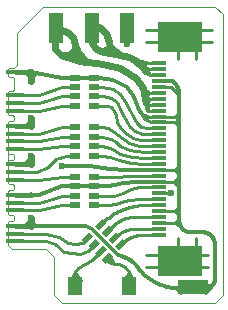
<source format=gtl>
G04 EAGLE Gerber X2 export*
%TF.Part,Single*%
%TF.FileFunction,Other,top copper*%
%TF.FilePolarity,Positive*%
%TF.GenerationSoftware,Autodesk,EAGLE,9.6.2*%
%TF.CreationDate,2022-04-17T11:55:35Z*%
G75*
%MOMM*%
%FSLAX34Y34*%
%LPD*%
%INtop copper*%
%AMOC8*
5,1,8,0,0,1.08239X$1,22.5*%
G01*
%ADD10C,0.000000*%
%ADD11R,0.900000X0.500000*%
%ADD12R,1.270000X1.524000*%
%ADD13R,1.350000X0.450000*%
%ADD14R,0.500000X0.900000*%
%ADD15R,1.300000X0.300000*%
%ADD16R,3.800000X2.500000*%
%ADD17R,1.270000X2.540000*%
%ADD18R,2.540000X1.270000*%
%ADD19C,0.450000*%
%ADD20C,0.254000*%
%ADD21C,0.406400*%
%ADD22C,0.600000*%
%ADD23C,0.455000*%
%ADD24C,0.304800*%
%ADD25C,0.609600*%
%ADD26C,0.508000*%


D10*
X0Y-36000D02*
X3000Y-39000D01*
X32500Y-39000D01*
X39000Y-45500D01*
X39000Y-78000D01*
X45500Y-84500D01*
X175500Y-84500D01*
X182000Y-78000D01*
X182000Y159500D01*
X1000Y114500D02*
X0Y113500D01*
X0Y107500D01*
X0Y94000D02*
X0Y75000D01*
X1000Y74000D01*
X4000Y74000D01*
X5000Y73000D01*
X5000Y70000D02*
X4000Y69000D01*
X1000Y69000D01*
X0Y68000D01*
X5000Y70000D02*
X5000Y73000D01*
X0Y68000D02*
X0Y42500D01*
X1000Y41500D01*
X4000Y41500D01*
X5000Y40500D01*
X5000Y37500D02*
X4000Y36500D01*
X1000Y36500D01*
X0Y35500D01*
X5000Y37500D02*
X5000Y40500D01*
X0Y42000D02*
X0Y35500D01*
X0Y16500D02*
X1000Y15500D01*
X4000Y15500D01*
X5000Y14500D01*
X5000Y11500D02*
X4000Y10500D01*
X1000Y10500D01*
X0Y9500D01*
X5000Y11500D02*
X5000Y14500D01*
X0Y-16500D02*
X0Y-36000D01*
X0Y-9500D02*
X0Y9500D01*
X0Y16500D02*
X0Y35500D01*
X0Y-9500D02*
X1000Y-10500D01*
X4000Y-10500D02*
X5000Y-11500D01*
X4000Y-10500D02*
X1000Y-10500D01*
X5000Y-11500D02*
X5000Y-14500D01*
X4000Y-15500D01*
X1000Y-15500D01*
X0Y-16500D01*
X1000Y106500D02*
X0Y107500D01*
X1000Y106500D02*
X4000Y106500D01*
X5000Y105500D01*
X5000Y96000D01*
X4000Y95000D01*
X1000Y95000D01*
X0Y94000D01*
X1000Y114500D02*
X5000Y114500D01*
X7500Y117000D01*
X7500Y144000D01*
X29500Y166000D01*
X175500Y166000D01*
X182000Y159500D01*
D11*
X57000Y106000D03*
X57000Y98000D03*
X57000Y90000D03*
X57000Y82000D03*
X73000Y82000D03*
X73000Y90000D03*
X73000Y98000D03*
X73000Y106000D03*
X57000Y64000D03*
X57000Y56000D03*
X57000Y48000D03*
X57000Y40000D03*
X73000Y40000D03*
X73000Y48000D03*
X73000Y56000D03*
X73000Y64000D03*
X57000Y22000D03*
X57000Y14000D03*
X57000Y6000D03*
X57000Y-2000D03*
X73000Y-2000D03*
X73000Y6000D03*
X73000Y14000D03*
X73000Y22000D03*
D12*
X57000Y-70500D03*
X102000Y-70500D03*
D13*
X6500Y0D03*
X6500Y6500D03*
X6500Y19500D03*
X6500Y26000D03*
X6500Y32500D03*
X6500Y45500D03*
X6500Y52000D03*
X6500Y58500D03*
X6500Y65000D03*
X6500Y78000D03*
X6500Y84500D03*
X6500Y91000D03*
X6500Y-6500D03*
X6500Y-19500D03*
X6500Y-26000D03*
X6500Y-32500D03*
D14*
G36*
X96996Y-30399D02*
X100531Y-33934D01*
X94168Y-40297D01*
X90633Y-36762D01*
X96996Y-30399D01*
G37*
G36*
X91339Y-24743D02*
X94874Y-28278D01*
X88511Y-34641D01*
X84976Y-31106D01*
X91339Y-24743D01*
G37*
G36*
X85682Y-19086D02*
X89217Y-22621D01*
X82854Y-28984D01*
X79319Y-25449D01*
X85682Y-19086D01*
G37*
G36*
X80026Y-13429D02*
X83561Y-16964D01*
X77198Y-23327D01*
X73663Y-19792D01*
X80026Y-13429D01*
G37*
G36*
X68712Y-24743D02*
X72247Y-28278D01*
X65884Y-34641D01*
X62349Y-31106D01*
X68712Y-24743D01*
G37*
G36*
X74369Y-30399D02*
X77904Y-33934D01*
X71541Y-40297D01*
X68006Y-36762D01*
X74369Y-30399D01*
G37*
G36*
X80026Y-36056D02*
X83561Y-39591D01*
X77198Y-45954D01*
X73663Y-42419D01*
X80026Y-36056D01*
G37*
G36*
X85682Y-41713D02*
X89217Y-45248D01*
X82854Y-51611D01*
X79319Y-48076D01*
X85682Y-41713D01*
G37*
D13*
X6500Y110500D03*
D15*
X128000Y-27000D03*
X128000Y-22000D03*
X128000Y-17000D03*
X128000Y-12000D03*
X128000Y-7000D03*
X128000Y-2000D03*
X128000Y3000D03*
X128000Y8000D03*
X128000Y13000D03*
X128000Y18000D03*
X128000Y23000D03*
X128000Y28000D03*
X128000Y33000D03*
X128000Y38000D03*
X128000Y43000D03*
X128000Y48000D03*
X128000Y53000D03*
X128000Y58000D03*
X128000Y63000D03*
X128000Y68000D03*
X128000Y73000D03*
X128000Y78000D03*
X128000Y83000D03*
X128000Y88000D03*
X128000Y93000D03*
X128000Y98000D03*
X128000Y103000D03*
X128000Y108000D03*
X128000Y113000D03*
X128000Y118000D03*
D16*
X145300Y-49180D03*
X145300Y140180D03*
D17*
X40500Y148000D03*
X71000Y148000D03*
D18*
X156500Y-71500D03*
D17*
X100500Y148000D03*
D19*
X6500Y0D03*
D20*
X26000Y0D01*
X45500Y6000D01*
X57000Y6000D01*
D19*
X6500Y65000D03*
X6500Y32500D03*
X6500Y6500D03*
X6500Y-19500D03*
X0Y-19500D03*
D21*
X6500Y65000D02*
X15000Y65000D01*
X19500Y65000D01*
X14500Y-19500D02*
X6500Y-19500D01*
D22*
X19500Y-19500D03*
D21*
X14500Y-19500D01*
D22*
X19500Y65000D03*
X19500Y32500D03*
D23*
X19500Y6500D03*
D21*
X19500Y32500D02*
X14500Y32500D01*
D19*
X0Y110500D03*
X6500Y110500D03*
D22*
X19500Y110500D03*
D21*
X14500Y32500D02*
X6500Y32500D01*
X6500Y110500D02*
X15000Y110500D01*
X19500Y110500D01*
X19500Y6500D02*
X6500Y6500D01*
D20*
X6500Y-19500D02*
X0Y-19500D01*
D19*
X0Y65000D03*
X0Y32500D03*
X0Y6500D03*
D20*
X3270Y6500D02*
X6500Y6500D01*
D24*
X73000Y14000D02*
X84500Y14000D01*
X57000Y14000D02*
X45500Y14000D01*
X26000Y6500D01*
X19500Y6500D01*
X24037Y109715D02*
X19500Y110500D01*
X24037Y109715D02*
X45500Y106000D01*
X57000Y106000D01*
X73000Y106000D01*
X78000Y106000D01*
D22*
X45500Y31000D03*
D24*
X69177Y31000D01*
X24000Y-19500D02*
X19500Y-19500D01*
X24000Y-19500D02*
X63000Y-19500D01*
X65718Y-19718D01*
X70758Y-22218D01*
X92742Y-44202D01*
X96242Y-45242D01*
X73000Y14000D02*
X57000Y14000D01*
D20*
X6500Y110500D02*
X3270Y110500D01*
D24*
X96242Y-45242D02*
X96850Y-45431D01*
X97453Y-45634D01*
X98050Y-45852D01*
X98642Y-46084D01*
X99229Y-46331D01*
X99809Y-46592D01*
X100382Y-46866D01*
X100949Y-47155D01*
X101509Y-47457D01*
X102061Y-47773D01*
X102605Y-48102D01*
X103141Y-48445D01*
X103669Y-48800D01*
X104187Y-49168D01*
X104697Y-49548D01*
X105197Y-49941D01*
X105688Y-50346D01*
X106169Y-50763D01*
X106639Y-51191D01*
X107099Y-51630D01*
X107548Y-52081D01*
X107986Y-52542D01*
X108412Y-53014D01*
X108827Y-53496D01*
X109230Y-53988D01*
X109621Y-54489D01*
X110000Y-55000D01*
X109999Y-55000D02*
X110588Y-55795D01*
X111197Y-56576D01*
X111823Y-57341D01*
X112468Y-58091D01*
X113131Y-58826D01*
X113811Y-59544D01*
X114509Y-60245D01*
X115223Y-60930D01*
X115954Y-61597D01*
X116700Y-62246D01*
X117462Y-62877D01*
X118239Y-63489D01*
X119030Y-64083D01*
X119836Y-64657D01*
X120655Y-65212D01*
X121487Y-65747D01*
X122332Y-66261D01*
X123189Y-66755D01*
X124058Y-67229D01*
X124938Y-67681D01*
X125828Y-68111D01*
X126729Y-68521D01*
X127639Y-68908D01*
X128559Y-69273D01*
X129487Y-69616D01*
X129487Y-69615D02*
X130615Y-70002D01*
X131751Y-70361D01*
X132896Y-70694D01*
X134048Y-70999D01*
X135207Y-71277D01*
X136372Y-71528D01*
X137543Y-71751D01*
X138719Y-71946D01*
X139899Y-72113D01*
X141083Y-72252D01*
X142270Y-72363D01*
X143459Y-72446D01*
X144650Y-72501D01*
X145841Y-72527D01*
X147033Y-72526D01*
X148225Y-72496D01*
X149415Y-72438D01*
X150604Y-72351D01*
X151791Y-72237D01*
X152974Y-72095D01*
X154154Y-71924D01*
X155329Y-71726D01*
X156499Y-71500D01*
X156500Y-71500D02*
X168500Y-71500D01*
X168660Y-71498D01*
X168819Y-71492D01*
X168978Y-71482D01*
X169137Y-71469D01*
X169296Y-71451D01*
X169454Y-71430D01*
X169611Y-71404D01*
X169768Y-71375D01*
X169924Y-71342D01*
X170079Y-71305D01*
X170234Y-71265D01*
X170387Y-71220D01*
X170539Y-71172D01*
X170690Y-71120D01*
X170839Y-71064D01*
X170987Y-71005D01*
X171134Y-70942D01*
X171279Y-70876D01*
X171422Y-70806D01*
X171564Y-70732D01*
X171704Y-70656D01*
X171842Y-70575D01*
X171977Y-70492D01*
X172111Y-70405D01*
X172243Y-70314D01*
X172372Y-70221D01*
X172499Y-70124D01*
X172624Y-70025D01*
X172746Y-69922D01*
X172865Y-69816D01*
X172982Y-69708D01*
X173096Y-69596D01*
X173208Y-69482D01*
X173316Y-69365D01*
X173422Y-69246D01*
X173525Y-69124D01*
X173624Y-68999D01*
X173721Y-68872D01*
X173814Y-68743D01*
X173905Y-68611D01*
X173992Y-68477D01*
X174075Y-68342D01*
X174156Y-68204D01*
X174232Y-68064D01*
X174306Y-67922D01*
X174376Y-67779D01*
X174442Y-67634D01*
X174505Y-67487D01*
X174564Y-67339D01*
X174620Y-67190D01*
X174672Y-67039D01*
X174720Y-66887D01*
X174765Y-66734D01*
X174805Y-66579D01*
X174842Y-66424D01*
X174875Y-66268D01*
X174904Y-66111D01*
X174930Y-65954D01*
X174951Y-65796D01*
X174969Y-65637D01*
X174982Y-65478D01*
X174992Y-65319D01*
X174998Y-65160D01*
X175000Y-65000D01*
X175000Y-35000D01*
X174997Y-34758D01*
X174988Y-34517D01*
X174974Y-34276D01*
X174953Y-34035D01*
X174927Y-33795D01*
X174895Y-33555D01*
X174857Y-33316D01*
X174814Y-33079D01*
X174764Y-32842D01*
X174709Y-32607D01*
X174649Y-32373D01*
X174582Y-32141D01*
X174511Y-31910D01*
X174433Y-31681D01*
X174350Y-31454D01*
X174262Y-31229D01*
X174168Y-31006D01*
X174069Y-30786D01*
X173964Y-30568D01*
X173855Y-30353D01*
X173740Y-30140D01*
X173620Y-29930D01*
X173495Y-29724D01*
X173365Y-29520D01*
X173230Y-29319D01*
X173090Y-29122D01*
X172946Y-28928D01*
X172797Y-28738D01*
X172643Y-28552D01*
X172485Y-28369D01*
X172323Y-28190D01*
X172156Y-28015D01*
X171985Y-27844D01*
X171810Y-27677D01*
X171631Y-27515D01*
X171448Y-27357D01*
X171262Y-27203D01*
X171072Y-27054D01*
X170878Y-26910D01*
X170681Y-26770D01*
X170480Y-26635D01*
X170276Y-26505D01*
X170070Y-26380D01*
X169860Y-26260D01*
X169647Y-26145D01*
X169432Y-26036D01*
X169214Y-25931D01*
X168994Y-25832D01*
X168771Y-25738D01*
X168546Y-25650D01*
X168319Y-25567D01*
X168090Y-25489D01*
X167859Y-25418D01*
X167627Y-25351D01*
X167393Y-25291D01*
X167158Y-25236D01*
X166921Y-25186D01*
X166684Y-25143D01*
X166445Y-25105D01*
X166205Y-25073D01*
X165965Y-25047D01*
X165724Y-25026D01*
X165483Y-25012D01*
X165242Y-25003D01*
X165000Y-25000D01*
X154500Y-25000D01*
X154270Y-24997D01*
X154041Y-24989D01*
X153812Y-24975D01*
X153583Y-24956D01*
X153355Y-24931D01*
X153127Y-24900D01*
X152901Y-24864D01*
X152675Y-24823D01*
X152450Y-24776D01*
X152227Y-24724D01*
X152004Y-24666D01*
X151784Y-24603D01*
X151564Y-24535D01*
X151347Y-24461D01*
X151131Y-24383D01*
X150918Y-24299D01*
X150706Y-24210D01*
X150497Y-24115D01*
X150290Y-24016D01*
X150085Y-23912D01*
X149883Y-23803D01*
X149684Y-23689D01*
X149487Y-23570D01*
X149294Y-23446D01*
X149103Y-23318D01*
X148916Y-23186D01*
X148732Y-23048D01*
X148551Y-22907D01*
X148374Y-22761D01*
X148200Y-22611D01*
X148030Y-22457D01*
X147864Y-22298D01*
X147702Y-22136D01*
X147543Y-21970D01*
X147389Y-21800D01*
X147239Y-21626D01*
X147093Y-21449D01*
X146952Y-21268D01*
X146814Y-21084D01*
X146682Y-20897D01*
X146554Y-20706D01*
X146430Y-20513D01*
X146311Y-20316D01*
X146197Y-20117D01*
X146088Y-19915D01*
X145984Y-19710D01*
X145885Y-19503D01*
X145790Y-19294D01*
X145701Y-19082D01*
X145617Y-18869D01*
X145539Y-18653D01*
X145465Y-18436D01*
X145397Y-18216D01*
X145334Y-17996D01*
X145276Y-17773D01*
X145224Y-17550D01*
X145177Y-17325D01*
X145136Y-17099D01*
X145100Y-16873D01*
X145069Y-16645D01*
X145044Y-16417D01*
X145025Y-16188D01*
X145011Y-15959D01*
X145003Y-15730D01*
X145000Y-15500D01*
X145000Y-13000D01*
X145000Y-11000D01*
X145000Y-7000D01*
X145000Y-3000D01*
X145000Y13500D01*
X145000Y18000D01*
X145000Y22500D01*
X145000Y24000D01*
X145000Y28000D01*
X145000Y32000D01*
X145000Y64500D01*
X145000Y68000D01*
X145000Y70000D01*
X145000Y73000D01*
X145000Y76500D01*
X145000Y91136D01*
X144996Y91502D01*
X144983Y91867D01*
X144961Y92232D01*
X144930Y92596D01*
X144891Y92960D01*
X144844Y93323D01*
X144787Y93684D01*
X144722Y94044D01*
X144649Y94402D01*
X144567Y94758D01*
X144476Y95112D01*
X144378Y95465D01*
X144270Y95814D01*
X144155Y96161D01*
X144031Y96505D01*
X143899Y96846D01*
X143760Y97184D01*
X143612Y97518D01*
X143456Y97849D01*
X143292Y98176D01*
X143121Y98499D01*
X142942Y98818D01*
X142755Y99132D01*
X142561Y99442D01*
X142360Y99748D01*
X142151Y100048D01*
X141936Y100343D01*
X141713Y100633D01*
X141483Y100918D01*
X141247Y101197D01*
X141005Y101471D01*
X140755Y101738D01*
X140500Y102000D01*
X140420Y102078D01*
X140337Y102153D01*
X140252Y102225D01*
X140164Y102295D01*
X140075Y102361D01*
X139983Y102425D01*
X139889Y102485D01*
X139793Y102543D01*
X139695Y102597D01*
X139596Y102648D01*
X139495Y102696D01*
X139392Y102740D01*
X139289Y102781D01*
X139183Y102819D01*
X139077Y102853D01*
X138970Y102884D01*
X138861Y102911D01*
X138752Y102934D01*
X138642Y102954D01*
X138532Y102971D01*
X138421Y102984D01*
X138309Y102993D01*
X138198Y102998D01*
X138086Y103000D01*
X128000Y103000D01*
X128000Y18000D02*
X109500Y18000D01*
X97500Y17000D01*
X90500Y15000D01*
X84500Y14000D01*
X100500Y28000D02*
X128000Y28000D01*
X86506Y29000D02*
X69177Y31000D01*
X86506Y29000D02*
X100500Y28000D01*
X89000Y104000D02*
X78000Y106000D01*
X89000Y104000D02*
X101000Y98000D01*
X107000Y89500D01*
X110500Y78500D01*
X113155Y74880D01*
X114697Y72777D01*
X116000Y71000D01*
D20*
X121000Y68000D02*
X128000Y68000D01*
X121000Y68000D02*
X116000Y71000D01*
X120036Y72867D02*
X128000Y73000D01*
X120036Y72867D02*
X114697Y72777D01*
X113155Y74880D02*
X120036Y72867D01*
X128000Y-17000D02*
X141000Y-17000D01*
X143500Y-17000D01*
X145000Y-15500D01*
X141000Y-7000D02*
X128000Y-7000D01*
X141000Y-7000D02*
X145000Y-7000D01*
X140500Y18000D02*
X128000Y18000D01*
X140500Y18000D02*
X145000Y18000D01*
X141000Y28000D02*
X128000Y28000D01*
X128000Y68000D02*
X141500Y68000D01*
X145000Y68000D01*
X141000Y73000D02*
X128000Y73000D01*
X141000Y73000D02*
X145000Y73000D01*
X138136Y98000D02*
X128000Y98000D01*
X138136Y98000D02*
X145000Y91136D01*
X141500Y73000D02*
X141250Y72750D01*
X141500Y73000D02*
X145000Y76500D01*
X141250Y72750D02*
X141000Y73000D01*
X141500Y73000D02*
X143000Y71500D01*
X143000Y72000D02*
X144250Y70750D01*
X145000Y70000D01*
X144250Y70750D02*
X143000Y69500D01*
X141500Y68000D01*
X143000Y69500D02*
X143000Y71500D01*
X143000Y72000D01*
X141500Y68000D02*
X145000Y64500D01*
X145000Y28000D02*
X141000Y28000D01*
X145000Y32000D01*
X141000Y28000D02*
X145000Y24000D01*
X145000Y22500D02*
X140500Y18000D01*
X145000Y13500D01*
X145000Y-3000D02*
X141000Y-7000D01*
X145000Y-11000D01*
X145000Y-13000D02*
X141000Y-17000D01*
X146500Y-20500D01*
X148000Y-68500D02*
X141000Y-72000D01*
X146500Y-76000D01*
X165000Y-68000D02*
X172500Y-70500D01*
X166500Y-76000D01*
D22*
X19500Y103000D03*
X19500Y72000D03*
X19500Y39500D03*
X19500Y-12500D03*
D25*
X19500Y-19500D01*
X19500Y32500D02*
X19500Y39500D01*
X19500Y65000D02*
X19500Y72000D01*
X19500Y103000D02*
X19500Y110500D01*
D24*
X19500Y105178D02*
X19500Y103000D01*
X19500Y105178D02*
X24037Y109715D01*
X19500Y106000D02*
X19500Y103000D01*
X19500Y106000D02*
X15000Y110500D01*
X19500Y69500D02*
X15000Y65000D01*
X19500Y69500D02*
X19500Y72000D01*
X19500Y39500D02*
X19500Y37500D01*
X14500Y32500D01*
X19500Y-12500D02*
X19500Y-14500D01*
X14500Y-19500D01*
X19500Y-15000D02*
X19500Y-12500D01*
X19500Y-15000D02*
X24000Y-19500D01*
D19*
X6500Y19500D03*
D20*
X26000Y19500D01*
X45500Y22000D01*
X57000Y22000D01*
D19*
X6500Y26000D03*
D20*
X24500Y26000D01*
X34000Y30000D01*
X40500Y37500D01*
X49000Y40000D01*
X57000Y40000D01*
D19*
X6500Y45500D03*
D20*
X26000Y45500D01*
X45500Y48000D01*
X57000Y48000D01*
D19*
X6500Y52000D03*
D20*
X26000Y52000D01*
X45500Y56000D01*
X57000Y56000D01*
D19*
X6500Y58500D03*
D20*
X26000Y58500D01*
X45500Y64000D01*
X57000Y64000D01*
D19*
X6500Y84500D03*
D20*
X26000Y84500D01*
X45500Y90000D01*
X57000Y90000D01*
D19*
X6500Y78000D03*
D20*
X26000Y78000D01*
X45500Y82000D01*
X57000Y82000D01*
D19*
X6500Y91000D03*
D20*
X26000Y91000D01*
X45500Y98000D01*
X57000Y98000D01*
X57000Y-58500D02*
X57000Y-70500D01*
X52000Y-66500D02*
X57000Y-58500D01*
X62000Y-66500D01*
X57000Y-58500D02*
X59000Y-55000D01*
X71000Y-48500D01*
X78612Y-41005D01*
X118500Y78000D02*
X117220Y78960D01*
X119500Y78000D02*
X128000Y78000D01*
X119500Y78000D02*
X118500Y78000D01*
X117220Y78960D02*
X116500Y79500D01*
X117220Y78960D02*
X118708Y82262D01*
X116654Y83000D02*
X116500Y84000D01*
X120000Y83000D02*
X128000Y83000D01*
X120000Y83000D02*
X116654Y83000D01*
X118708Y82262D02*
X120000Y83000D01*
X116500Y81000D02*
X116500Y79500D01*
X116500Y81000D02*
X118708Y82262D01*
X116500Y81000D02*
X119500Y78000D01*
X120449Y88036D02*
X128000Y88000D01*
X120449Y88036D02*
X119991Y88038D01*
X116500Y84500D02*
X116500Y81000D01*
X116500Y84500D02*
X120000Y83000D01*
X116500Y84500D02*
X119991Y88038D01*
D25*
X115788Y88058D02*
X116500Y84500D01*
D20*
X115788Y88058D02*
X119991Y88038D01*
X120449Y88036D02*
X115000Y90000D01*
X119991Y93035D02*
X128000Y93000D01*
X119991Y93035D02*
X115000Y90000D01*
D25*
X115788Y88058D02*
X114788Y93058D01*
D20*
X119991Y93035D01*
D25*
X114788Y93058D02*
X114000Y97000D01*
D20*
X119991Y93035D01*
D25*
X114000Y97000D02*
X108500Y105500D01*
X95000Y114000D01*
X83826Y116579D01*
X75500Y118500D01*
X65848Y119434D01*
X60000Y120000D01*
X55500Y121500D01*
X49500Y123500D01*
X45000Y125000D01*
X40000Y130000D01*
X40000Y135000D01*
X40500Y148000D01*
X50000Y145000D01*
X55000Y140000D01*
X57000Y133500D01*
X59500Y127500D01*
X65848Y119434D01*
X57808Y124962D02*
X55500Y121500D01*
X57808Y124962D02*
X59500Y127500D01*
X57324Y130078D02*
X57000Y133500D01*
X57324Y130078D02*
X57808Y124962D01*
X49500Y123500D01*
X57324Y130078D01*
X57808Y124962D02*
X45000Y125000D01*
D20*
X102000Y-58500D02*
X102000Y-70500D01*
X107000Y-67000D02*
X102000Y-58500D01*
X97000Y-67000D01*
X89500Y-52000D02*
X84268Y-46662D01*
X89500Y-52000D02*
X93500Y-52000D01*
X99000Y-54500D01*
X102000Y-58500D01*
X89500Y-52000D02*
X82500Y-49000D01*
X86500Y-45000D02*
X89500Y-52000D01*
X95582Y-35348D02*
X95611Y-35348D01*
X114452Y-27000D02*
X128000Y-27000D01*
X114452Y-27000D02*
X113848Y-27007D01*
X113243Y-27029D01*
X112640Y-27065D01*
X112038Y-27115D01*
X111437Y-27180D01*
X110837Y-27259D01*
X110240Y-27352D01*
X109645Y-27459D01*
X109053Y-27580D01*
X108464Y-27716D01*
X107878Y-27865D01*
X107296Y-28029D01*
X106718Y-28206D01*
X106144Y-28397D01*
X105576Y-28601D01*
X105012Y-28819D01*
X104453Y-29051D01*
X103900Y-29295D01*
X103354Y-29553D01*
X102813Y-29824D01*
X102279Y-30107D01*
X101752Y-30403D01*
X101232Y-30711D01*
X100720Y-31032D01*
X100215Y-31365D01*
X99719Y-31710D01*
X99230Y-32066D01*
X98751Y-32434D01*
X98280Y-32814D01*
X97819Y-33204D01*
X97366Y-33605D01*
X96924Y-34017D01*
X96491Y-34439D01*
X96491Y-34440D02*
X95582Y-35348D01*
D19*
X0Y0D03*
X0Y19500D03*
X0Y26000D03*
X0Y45500D03*
X0Y52000D03*
X0Y58500D03*
X0Y84500D03*
X0Y78000D03*
X0Y91000D03*
X6500Y-6500D03*
X0Y-6500D03*
X6500Y-32500D03*
X0Y-32500D03*
X0Y-26000D03*
X6500Y-26000D03*
D20*
X32500Y-32500D02*
X39500Y-35000D01*
X47500Y-41500D01*
X60500Y-43000D01*
X67500Y-41000D01*
X72955Y-35348D01*
X32500Y-32500D02*
X6500Y-32500D01*
X6500Y-26000D02*
X32500Y-26000D01*
X43000Y-29000D01*
X50500Y-34000D01*
X57000Y-35000D01*
X63000Y-34000D01*
X67298Y-29692D01*
X26000Y-6500D02*
X6500Y-6500D01*
X26000Y-6500D02*
X45500Y-2000D01*
X57000Y-2000D01*
X73000Y98000D02*
X79500Y98000D01*
X118500Y63000D02*
X128000Y63000D01*
X118500Y63000D02*
X112500Y64500D01*
X108000Y68500D01*
X100000Y84500D02*
X95000Y92500D01*
X88500Y96500D01*
X79500Y98000D01*
X100000Y84500D02*
X108000Y68500D01*
X80000Y90000D02*
X73000Y90000D01*
X80000Y90000D02*
X87500Y89000D01*
X92000Y85000D01*
X96000Y78000D01*
X97500Y74000D01*
X103500Y64000D01*
X107500Y60500D01*
X113000Y58500D01*
X116500Y58000D01*
X128000Y58000D01*
X128000Y53000D02*
X117000Y53000D01*
X112000Y53500D01*
X106000Y55000D01*
X100500Y58000D01*
X96000Y62500D01*
X92500Y68500D01*
X91000Y74000D01*
X89000Y79000D01*
X87000Y81000D01*
X84500Y82000D01*
X73000Y82000D01*
X73000Y64000D02*
X79500Y64000D01*
X120000Y48000D02*
X128000Y48000D01*
X120000Y48000D02*
X119000Y48000D01*
X120000Y48000D02*
X110424Y48399D01*
X102140Y50371D01*
X89846Y59769D02*
X85000Y63000D01*
X79500Y64000D01*
X89846Y59769D02*
X102140Y50371D01*
X79500Y56000D02*
X73000Y56000D01*
X117500Y43000D02*
X128000Y43000D01*
X117500Y43000D02*
X106500Y43500D01*
X100500Y45500D01*
X95000Y48500D01*
X91000Y51500D01*
X87000Y54000D01*
X79500Y56000D01*
X79500Y48000D02*
X73000Y48000D01*
X116000Y38000D02*
X128000Y38000D01*
X116000Y38000D02*
X104500Y38500D01*
X95000Y41500D01*
X89500Y44500D01*
X86000Y46500D01*
X79500Y48000D01*
X79500Y40000D02*
X73000Y40000D01*
X115000Y33000D02*
X128000Y33000D01*
X86000Y39000D02*
X79500Y40000D01*
X86000Y39000D02*
X93500Y36000D01*
X104000Y33500D01*
X115000Y33000D01*
X82000Y22000D02*
X73000Y22000D01*
X111500Y23000D02*
X128000Y23000D01*
X111500Y23000D02*
X82000Y22000D01*
X89500Y6000D02*
X73000Y6000D01*
X111000Y13000D02*
X128000Y13000D01*
X111000Y13000D02*
X104000Y11500D01*
X97500Y8500D01*
X89500Y6000D01*
X84172Y-2000D02*
X73000Y-2000D01*
X84172Y-2000D02*
X91000Y-1000D01*
X95500Y1000D01*
X102500Y2500D01*
X111500Y3000D01*
X128000Y3000D01*
X128000Y-2000D02*
X115510Y-2000D01*
X114294Y-2015D01*
X113079Y-2060D01*
X111865Y-2134D01*
X110654Y-2239D01*
X109446Y-2373D01*
X108241Y-2536D01*
X107040Y-2729D01*
X105845Y-2952D01*
X104655Y-3204D01*
X103472Y-3485D01*
X102297Y-3795D01*
X101129Y-4133D01*
X99970Y-4500D01*
X98820Y-4896D01*
X97680Y-5320D01*
X96551Y-5771D01*
X95434Y-6250D01*
X94328Y-6757D01*
X93235Y-7290D01*
X92156Y-7850D01*
X91091Y-8436D01*
X90040Y-9048D01*
X89005Y-9686D01*
X87986Y-10349D01*
X86983Y-11037D01*
X85998Y-11749D01*
X85030Y-12486D01*
X84081Y-13246D01*
X83151Y-14028D01*
X82240Y-14834D01*
X81349Y-15661D01*
X80479Y-16511D01*
X78612Y-18378D01*
X110000Y-12000D02*
X128000Y-12000D01*
X110000Y-12000D02*
X109500Y-12000D01*
X106824Y-12000D01*
X106220Y-12007D01*
X105615Y-12029D01*
X105012Y-12065D01*
X104410Y-12115D01*
X103809Y-12180D01*
X103209Y-12259D01*
X102612Y-12352D01*
X102017Y-12459D01*
X101425Y-12580D01*
X100836Y-12716D01*
X100250Y-12865D01*
X99668Y-13029D01*
X99090Y-13206D01*
X98516Y-13397D01*
X97948Y-13601D01*
X97384Y-13819D01*
X96825Y-14051D01*
X96272Y-14295D01*
X95726Y-14553D01*
X95185Y-14824D01*
X94651Y-15107D01*
X94124Y-15403D01*
X93604Y-15711D01*
X93092Y-16032D01*
X92587Y-16365D01*
X92091Y-16710D01*
X91602Y-17066D01*
X91123Y-17434D01*
X90652Y-17814D01*
X90191Y-18204D01*
X89738Y-18605D01*
X89296Y-19017D01*
X88863Y-19439D01*
X88864Y-19440D02*
X84268Y-24035D01*
X108138Y-22000D02*
X128000Y-22000D01*
X108138Y-22000D02*
X107534Y-22007D01*
X106929Y-22029D01*
X106326Y-22065D01*
X105724Y-22115D01*
X105123Y-22180D01*
X104523Y-22259D01*
X103926Y-22352D01*
X103331Y-22459D01*
X102739Y-22580D01*
X102150Y-22716D01*
X101564Y-22865D01*
X100982Y-23029D01*
X100404Y-23206D01*
X99830Y-23397D01*
X99262Y-23601D01*
X98698Y-23819D01*
X98139Y-24051D01*
X97586Y-24295D01*
X97040Y-24553D01*
X96499Y-24824D01*
X95965Y-25107D01*
X95438Y-25403D01*
X94918Y-25711D01*
X94406Y-26032D01*
X93901Y-26365D01*
X93405Y-26710D01*
X92916Y-27066D01*
X92437Y-27434D01*
X91966Y-27814D01*
X91505Y-28204D01*
X91052Y-28605D01*
X90610Y-29017D01*
X90177Y-29439D01*
X90177Y-29440D02*
X89925Y-29692D01*
X144000Y-30000D02*
X144000Y-58000D01*
X159000Y-58000D02*
X159000Y-30000D01*
X144000Y122000D02*
X144000Y150000D01*
X159000Y150000D02*
X159000Y122000D01*
X169500Y-54000D02*
X117000Y-54000D01*
X117000Y-44000D02*
X169500Y-44000D01*
X172500Y146000D02*
X117000Y146000D01*
X117000Y136000D02*
X172500Y136000D01*
D26*
X77000Y148500D02*
X71500Y148500D01*
X71000Y148000D01*
D20*
X105895Y121450D02*
X109171Y120651D01*
X120500Y118000D02*
X128000Y118000D01*
X128000Y108000D02*
X120000Y108000D01*
X118705Y109295D02*
X114500Y111000D01*
X119891Y118034D02*
X120500Y118000D01*
X119891Y118034D02*
X109171Y120651D01*
X116042Y118248D02*
X119891Y118034D01*
X116042Y118248D02*
X114981Y114950D01*
D24*
X115000Y113000D02*
X118705Y109295D01*
D20*
X118500Y113000D02*
X115000Y113000D01*
X120000Y113000D02*
X128000Y113000D01*
X120000Y113000D02*
X118500Y113000D01*
D24*
X119000Y109000D02*
X120000Y108000D01*
X119000Y109000D02*
X118705Y109295D01*
D20*
X119000Y109000D02*
X118500Y113000D01*
X119000Y109000D02*
X109551Y117060D01*
X120000Y113000D01*
D25*
X115000Y113000D02*
X111500Y118500D01*
D20*
X116042Y118248D01*
D25*
X111500Y118500D02*
X102000Y123500D01*
D20*
X109551Y117060D01*
D25*
X71000Y135500D02*
X71000Y148000D01*
X71000Y135500D02*
X74064Y130138D01*
X80000Y127500D01*
X87000Y127000D01*
X95030Y125126D02*
X102000Y123500D01*
X95030Y125126D02*
X87000Y127000D01*
X86246Y131776D01*
X85500Y136500D01*
X83298Y143655D01*
X77000Y148500D01*
X86246Y131776D02*
X80000Y127500D01*
X86246Y131776D02*
X95030Y125126D01*
D22*
X138000Y8000D03*
D20*
X128000Y8000D01*
D22*
X100500Y134500D03*
D20*
X100500Y148000D01*
M02*

</source>
